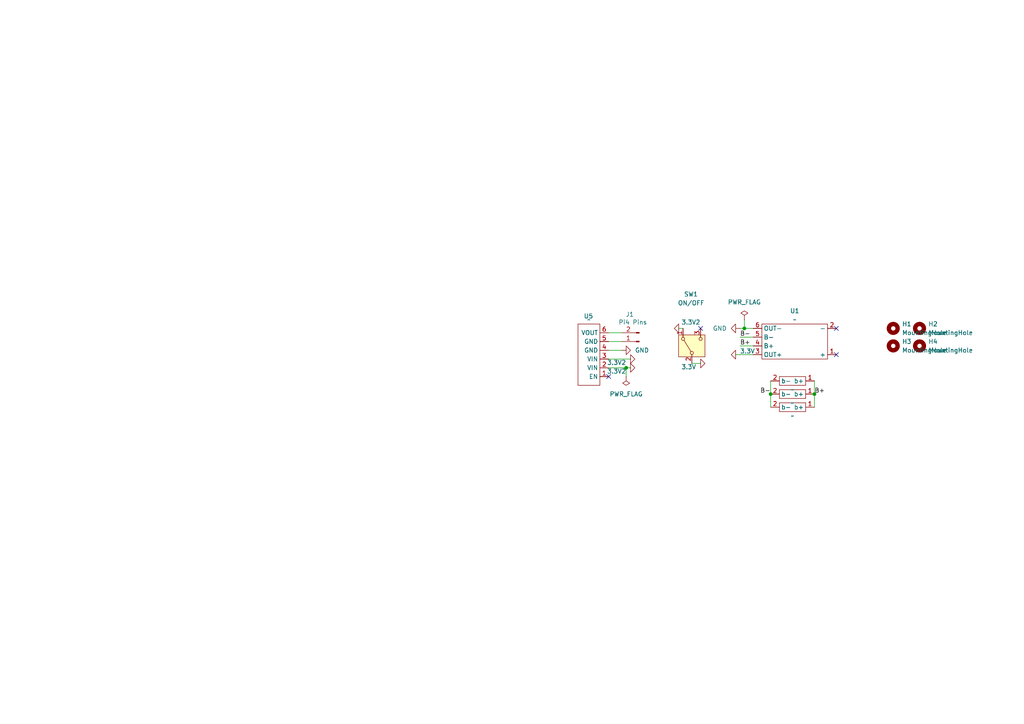
<source format=kicad_sch>
(kicad_sch
	(version 20231120)
	(generator "eeschema")
	(generator_version "8.0")
	(uuid "f333c9e7-5eac-4368-8e6e-7f47fd2582f9")
	(paper "A4")
	(title_block
		(title "StringsVR-Power")
		(rev "v2")
		(company "StringsVR")
		(comment 1 "https://github.com/StringsVR/StringsVR")
		(comment 2 "Power PCB for StringsVR.")
	)
	(lib_symbols
		(symbol "18650:18650"
			(exclude_from_sim no)
			(in_bom yes)
			(on_board yes)
			(property "Reference" "U"
				(at 0 0 0)
				(effects
					(font
						(size 1.27 1.27)
					)
				)
			)
			(property "Value" ""
				(at 0 0 0)
				(effects
					(font
						(size 1.27 1.27)
					)
				)
			)
			(property "Footprint" ""
				(at 0 0 0)
				(effects
					(font
						(size 1.27 1.27)
					)
					(hide yes)
				)
			)
			(property "Datasheet" ""
				(at 0 0 0)
				(effects
					(font
						(size 1.27 1.27)
					)
					(hide yes)
				)
			)
			(property "Description" ""
				(at 0 0 0)
				(effects
					(font
						(size 1.27 1.27)
					)
					(hide yes)
				)
			)
			(symbol "18650_0_1"
				(rectangle
					(start 11.43 -1.27)
					(end 3.81 -3.81)
					(stroke
						(width 0)
						(type default)
					)
					(fill
						(type none)
					)
				)
			)
			(symbol "18650_1_1"
				(pin power_out line
					(at 1.27 -2.54 0)
					(length 2.54)
					(name "b+"
						(effects
							(font
								(size 1.27 1.27)
							)
						)
					)
					(number "1"
						(effects
							(font
								(size 1.27 1.27)
							)
						)
					)
				)
				(pin passive line
					(at 13.97 -2.54 180)
					(length 2.54)
					(name "b-"
						(effects
							(font
								(size 1.27 1.27)
							)
						)
					)
					(number "2"
						(effects
							(font
								(size 1.27 1.27)
							)
						)
					)
				)
			)
		)
		(symbol "Connector:Conn_01x02_Pin"
			(pin_names
				(offset 1.016) hide)
			(exclude_from_sim no)
			(in_bom yes)
			(on_board yes)
			(property "Reference" "J"
				(at 0 2.54 0)
				(effects
					(font
						(size 1.27 1.27)
					)
				)
			)
			(property "Value" "Conn_01x02_Pin"
				(at 0 -5.08 0)
				(effects
					(font
						(size 1.27 1.27)
					)
				)
			)
			(property "Footprint" ""
				(at 0 0 0)
				(effects
					(font
						(size 1.27 1.27)
					)
					(hide yes)
				)
			)
			(property "Datasheet" "~"
				(at 0 0 0)
				(effects
					(font
						(size 1.27 1.27)
					)
					(hide yes)
				)
			)
			(property "Description" "Generic connector, single row, 01x02, script generated"
				(at 0 0 0)
				(effects
					(font
						(size 1.27 1.27)
					)
					(hide yes)
				)
			)
			(property "ki_locked" ""
				(at 0 0 0)
				(effects
					(font
						(size 1.27 1.27)
					)
				)
			)
			(property "ki_keywords" "connector"
				(at 0 0 0)
				(effects
					(font
						(size 1.27 1.27)
					)
					(hide yes)
				)
			)
			(property "ki_fp_filters" "Connector*:*_1x??_*"
				(at 0 0 0)
				(effects
					(font
						(size 1.27 1.27)
					)
					(hide yes)
				)
			)
			(symbol "Conn_01x02_Pin_1_1"
				(polyline
					(pts
						(xy 1.27 -2.54) (xy 0.8636 -2.54)
					)
					(stroke
						(width 0.1524)
						(type default)
					)
					(fill
						(type none)
					)
				)
				(polyline
					(pts
						(xy 1.27 0) (xy 0.8636 0)
					)
					(stroke
						(width 0.1524)
						(type default)
					)
					(fill
						(type none)
					)
				)
				(rectangle
					(start 0.8636 -2.413)
					(end 0 -2.667)
					(stroke
						(width 0.1524)
						(type default)
					)
					(fill
						(type outline)
					)
				)
				(rectangle
					(start 0.8636 0.127)
					(end 0 -0.127)
					(stroke
						(width 0.1524)
						(type default)
					)
					(fill
						(type outline)
					)
				)
				(pin passive line
					(at 5.08 0 180)
					(length 3.81)
					(name "Pin_1"
						(effects
							(font
								(size 1.27 1.27)
							)
						)
					)
					(number "1"
						(effects
							(font
								(size 1.27 1.27)
							)
						)
					)
				)
				(pin passive line
					(at 5.08 -2.54 180)
					(length 3.81)
					(name "Pin_2"
						(effects
							(font
								(size 1.27 1.27)
							)
						)
					)
					(number "2"
						(effects
							(font
								(size 1.27 1.27)
							)
						)
					)
				)
			)
		)
		(symbol "Mechanical:MountingHole"
			(pin_names
				(offset 1.016)
			)
			(exclude_from_sim yes)
			(in_bom no)
			(on_board yes)
			(property "Reference" "H"
				(at 0 5.08 0)
				(effects
					(font
						(size 1.27 1.27)
					)
				)
			)
			(property "Value" "MountingHole"
				(at 0 3.175 0)
				(effects
					(font
						(size 1.27 1.27)
					)
				)
			)
			(property "Footprint" ""
				(at 0 0 0)
				(effects
					(font
						(size 1.27 1.27)
					)
					(hide yes)
				)
			)
			(property "Datasheet" "~"
				(at 0 0 0)
				(effects
					(font
						(size 1.27 1.27)
					)
					(hide yes)
				)
			)
			(property "Description" "Mounting Hole without connection"
				(at 0 0 0)
				(effects
					(font
						(size 1.27 1.27)
					)
					(hide yes)
				)
			)
			(property "ki_keywords" "mounting hole"
				(at 0 0 0)
				(effects
					(font
						(size 1.27 1.27)
					)
					(hide yes)
				)
			)
			(property "ki_fp_filters" "MountingHole*"
				(at 0 0 0)
				(effects
					(font
						(size 1.27 1.27)
					)
					(hide yes)
				)
			)
			(symbol "MountingHole_0_1"
				(circle
					(center 0 0)
					(radius 1.27)
					(stroke
						(width 1.27)
						(type default)
					)
					(fill
						(type none)
					)
				)
			)
		)
		(symbol "Simulation_SPICE:0"
			(power)
			(pin_numbers hide)
			(pin_names
				(offset 0) hide)
			(exclude_from_sim no)
			(in_bom yes)
			(on_board yes)
			(property "Reference" "#GND"
				(at 0 -5.08 0)
				(effects
					(font
						(size 1.27 1.27)
					)
					(hide yes)
				)
			)
			(property "Value" "0"
				(at 0 -2.54 0)
				(effects
					(font
						(size 1.27 1.27)
					)
				)
			)
			(property "Footprint" ""
				(at 0 0 0)
				(effects
					(font
						(size 1.27 1.27)
					)
					(hide yes)
				)
			)
			(property "Datasheet" "https://ngspice.sourceforge.io/docs/ngspice-html-manual/manual.xhtml#subsec_Circuit_elements__device"
				(at 0 -10.16 0)
				(effects
					(font
						(size 1.27 1.27)
					)
					(hide yes)
				)
			)
			(property "Description" "0V reference potential for simulation"
				(at 0 -7.62 0)
				(effects
					(font
						(size 1.27 1.27)
					)
					(hide yes)
				)
			)
			(property "ki_keywords" "simulation"
				(at 0 0 0)
				(effects
					(font
						(size 1.27 1.27)
					)
					(hide yes)
				)
			)
			(symbol "0_0_1"
				(polyline
					(pts
						(xy -1.27 0) (xy 0 -1.27) (xy 1.27 0) (xy -1.27 0)
					)
					(stroke
						(width 0)
						(type default)
					)
					(fill
						(type none)
					)
				)
			)
			(symbol "0_1_1"
				(pin power_in line
					(at 0 0 0)
					(length 0)
					(name "~"
						(effects
							(font
								(size 1.016 1.016)
							)
						)
					)
					(number "1"
						(effects
							(font
								(size 1.016 1.016)
							)
						)
					)
				)
			)
		)
		(symbol "Switch:SW_SPDT"
			(pin_names
				(offset 0) hide)
			(exclude_from_sim no)
			(in_bom yes)
			(on_board yes)
			(property "Reference" "SW"
				(at 0 5.08 0)
				(effects
					(font
						(size 1.27 1.27)
					)
				)
			)
			(property "Value" "SW_SPDT"
				(at 0 -5.08 0)
				(effects
					(font
						(size 1.27 1.27)
					)
				)
			)
			(property "Footprint" ""
				(at 0 0 0)
				(effects
					(font
						(size 1.27 1.27)
					)
					(hide yes)
				)
			)
			(property "Datasheet" "~"
				(at 0 -7.62 0)
				(effects
					(font
						(size 1.27 1.27)
					)
					(hide yes)
				)
			)
			(property "Description" "Switch, single pole double throw"
				(at 0 0 0)
				(effects
					(font
						(size 1.27 1.27)
					)
					(hide yes)
				)
			)
			(property "ki_keywords" "switch single-pole double-throw spdt ON-ON"
				(at 0 0 0)
				(effects
					(font
						(size 1.27 1.27)
					)
					(hide yes)
				)
			)
			(symbol "SW_SPDT_0_1"
				(circle
					(center -2.032 0)
					(radius 0.4572)
					(stroke
						(width 0)
						(type default)
					)
					(fill
						(type none)
					)
				)
				(polyline
					(pts
						(xy -1.651 0.254) (xy 1.651 2.286)
					)
					(stroke
						(width 0)
						(type default)
					)
					(fill
						(type none)
					)
				)
				(circle
					(center 2.032 -2.54)
					(radius 0.4572)
					(stroke
						(width 0)
						(type default)
					)
					(fill
						(type none)
					)
				)
				(circle
					(center 2.032 2.54)
					(radius 0.4572)
					(stroke
						(width 0)
						(type default)
					)
					(fill
						(type none)
					)
				)
			)
			(symbol "SW_SPDT_1_1"
				(rectangle
					(start -3.175 3.81)
					(end 3.175 -3.81)
					(stroke
						(width 0)
						(type default)
					)
					(fill
						(type background)
					)
				)
				(pin passive line
					(at 5.08 2.54 180)
					(length 2.54)
					(name "A"
						(effects
							(font
								(size 1.27 1.27)
							)
						)
					)
					(number "1"
						(effects
							(font
								(size 1.27 1.27)
							)
						)
					)
				)
				(pin passive line
					(at -5.08 0 0)
					(length 2.54)
					(name "B"
						(effects
							(font
								(size 1.27 1.27)
							)
						)
					)
					(number "2"
						(effects
							(font
								(size 1.27 1.27)
							)
						)
					)
				)
				(pin passive line
					(at 5.08 -2.54 180)
					(length 2.54)
					(name "C"
						(effects
							(font
								(size 1.27 1.27)
							)
						)
					)
					(number "3"
						(effects
							(font
								(size 1.27 1.27)
							)
						)
					)
				)
			)
		)
		(symbol "TP5100:TP4056"
			(exclude_from_sim no)
			(in_bom yes)
			(on_board yes)
			(property "Reference" "U"
				(at 0 3.302 0)
				(effects
					(font
						(size 1.27 1.27)
					)
				)
			)
			(property "Value" ""
				(at 0 3.302 0)
				(effects
					(font
						(size 1.27 1.27)
					)
				)
			)
			(property "Footprint" ""
				(at 0 3.302 0)
				(effects
					(font
						(size 1.27 1.27)
					)
					(hide yes)
				)
			)
			(property "Datasheet" ""
				(at 0 3.302 0)
				(effects
					(font
						(size 1.27 1.27)
					)
					(hide yes)
				)
			)
			(property "Description" ""
				(at 0 3.302 0)
				(effects
					(font
						(size 1.27 1.27)
					)
					(hide yes)
				)
			)
			(symbol "TP4056_0_1"
				(rectangle
					(start 2.54 -12.7)
					(end 21.59 -2.54)
					(stroke
						(width 0)
						(type default)
					)
					(fill
						(type none)
					)
				)
			)
			(symbol "TP4056_1_1"
				(pin power_in line
					(at 0 -3.81 0)
					(length 2.54)
					(name "+"
						(effects
							(font
								(size 1.27 1.27)
							)
						)
					)
					(number "1"
						(effects
							(font
								(size 1.27 1.27)
							)
						)
					)
				)
				(pin passive line
					(at 0 -11.43 0)
					(length 2.54)
					(name "-"
						(effects
							(font
								(size 1.27 1.27)
							)
						)
					)
					(number "2"
						(effects
							(font
								(size 1.27 1.27)
							)
						)
					)
				)
				(pin power_out line
					(at 24.13 -3.81 180)
					(length 2.54)
					(name "OUT+"
						(effects
							(font
								(size 1.27 1.27)
							)
						)
					)
					(number "3"
						(effects
							(font
								(size 1.27 1.27)
							)
						)
					)
				)
				(pin power_in line
					(at 24.13 -6.35 180)
					(length 2.54)
					(name "B+"
						(effects
							(font
								(size 1.27 1.27)
							)
						)
					)
					(number "4"
						(effects
							(font
								(size 1.27 1.27)
							)
						)
					)
				)
				(pin passive line
					(at 24.13 -8.89 180)
					(length 2.54)
					(name "B-"
						(effects
							(font
								(size 1.27 1.27)
							)
						)
					)
					(number "5"
						(effects
							(font
								(size 1.27 1.27)
							)
						)
					)
				)
				(pin passive line
					(at 24.13 -11.43 180)
					(length 2.54)
					(name "OUT-"
						(effects
							(font
								(size 1.27 1.27)
							)
						)
					)
					(number "6"
						(effects
							(font
								(size 1.27 1.27)
							)
						)
					)
				)
			)
		)
		(symbol "U3v40f5:U3V40F5"
			(exclude_from_sim no)
			(in_bom yes)
			(on_board yes)
			(property "Reference" "U"
				(at 0 0 0)
				(effects
					(font
						(size 1.27 1.27)
					)
				)
			)
			(property "Value" ""
				(at 0 0 0)
				(effects
					(font
						(size 1.27 1.27)
					)
				)
			)
			(property "Footprint" ""
				(at 0 0 0)
				(effects
					(font
						(size 1.27 1.27)
					)
					(hide yes)
				)
			)
			(property "Datasheet" ""
				(at 0 0 0)
				(effects
					(font
						(size 1.27 1.27)
					)
					(hide yes)
				)
			)
			(property "Description" ""
				(at 0 0 0)
				(effects
					(font
						(size 1.27 1.27)
					)
					(hide yes)
				)
			)
			(symbol "U3V40F5_0_1"
				(rectangle
					(start 5.08 -12.7)
					(end 11.43 5.08)
					(stroke
						(width 0)
						(type default)
					)
					(fill
						(type none)
					)
				)
			)
			(symbol "U3V40F5_1_1"
				(pin power_in line
					(at 2.54 2.54 0)
					(length 2.54)
					(name "EN"
						(effects
							(font
								(size 1.27 1.27)
							)
						)
					)
					(number "1"
						(effects
							(font
								(size 1.27 1.27)
							)
						)
					)
				)
				(pin power_in line
					(at 2.54 0 0)
					(length 2.54)
					(name "VIN"
						(effects
							(font
								(size 1.27 1.27)
							)
						)
					)
					(number "2"
						(effects
							(font
								(size 1.27 1.27)
							)
						)
					)
				)
				(pin power_in line
					(at 2.54 -2.54 0)
					(length 2.54)
					(name "VIN"
						(effects
							(font
								(size 1.27 1.27)
							)
						)
					)
					(number "3"
						(effects
							(font
								(size 1.27 1.27)
							)
						)
					)
				)
				(pin passive line
					(at 2.54 -5.08 0)
					(length 2.54)
					(name "GND"
						(effects
							(font
								(size 1.27 1.27)
							)
						)
					)
					(number "4"
						(effects
							(font
								(size 1.27 1.27)
							)
						)
					)
				)
				(pin passive line
					(at 2.54 -7.62 0)
					(length 2.54)
					(name "GND"
						(effects
							(font
								(size 1.27 1.27)
							)
						)
					)
					(number "5"
						(effects
							(font
								(size 1.27 1.27)
							)
						)
					)
				)
				(pin power_out line
					(at 2.54 -10.16 0)
					(length 2.54)
					(name "VOUT"
						(effects
							(font
								(size 1.27 1.27)
							)
						)
					)
					(number "6"
						(effects
							(font
								(size 1.27 1.27)
							)
						)
					)
				)
			)
		)
		(symbol "power:GND"
			(power)
			(pin_numbers hide)
			(pin_names
				(offset 0) hide)
			(exclude_from_sim no)
			(in_bom yes)
			(on_board yes)
			(property "Reference" "#PWR"
				(at 0 -6.35 0)
				(effects
					(font
						(size 1.27 1.27)
					)
					(hide yes)
				)
			)
			(property "Value" "GND"
				(at 0 -3.81 0)
				(effects
					(font
						(size 1.27 1.27)
					)
				)
			)
			(property "Footprint" ""
				(at 0 0 0)
				(effects
					(font
						(size 1.27 1.27)
					)
					(hide yes)
				)
			)
			(property "Datasheet" ""
				(at 0 0 0)
				(effects
					(font
						(size 1.27 1.27)
					)
					(hide yes)
				)
			)
			(property "Description" "Power symbol creates a global label with name \"GND\" , ground"
				(at 0 0 0)
				(effects
					(font
						(size 1.27 1.27)
					)
					(hide yes)
				)
			)
			(property "ki_keywords" "global power"
				(at 0 0 0)
				(effects
					(font
						(size 1.27 1.27)
					)
					(hide yes)
				)
			)
			(symbol "GND_0_1"
				(polyline
					(pts
						(xy 0 0) (xy 0 -1.27) (xy 1.27 -1.27) (xy 0 -2.54) (xy -1.27 -1.27) (xy 0 -1.27)
					)
					(stroke
						(width 0)
						(type default)
					)
					(fill
						(type none)
					)
				)
			)
			(symbol "GND_1_1"
				(pin power_in line
					(at 0 0 270)
					(length 0)
					(name "~"
						(effects
							(font
								(size 1.27 1.27)
							)
						)
					)
					(number "1"
						(effects
							(font
								(size 1.27 1.27)
							)
						)
					)
				)
			)
		)
		(symbol "power:PWR_FLAG"
			(power)
			(pin_numbers hide)
			(pin_names
				(offset 0) hide)
			(exclude_from_sim no)
			(in_bom yes)
			(on_board yes)
			(property "Reference" "#FLG"
				(at 0 1.905 0)
				(effects
					(font
						(size 1.27 1.27)
					)
					(hide yes)
				)
			)
			(property "Value" "PWR_FLAG"
				(at 0 3.81 0)
				(effects
					(font
						(size 1.27 1.27)
					)
				)
			)
			(property "Footprint" ""
				(at 0 0 0)
				(effects
					(font
						(size 1.27 1.27)
					)
					(hide yes)
				)
			)
			(property "Datasheet" "~"
				(at 0 0 0)
				(effects
					(font
						(size 1.27 1.27)
					)
					(hide yes)
				)
			)
			(property "Description" "Special symbol for telling ERC where power comes from"
				(at 0 0 0)
				(effects
					(font
						(size 1.27 1.27)
					)
					(hide yes)
				)
			)
			(property "ki_keywords" "flag power"
				(at 0 0 0)
				(effects
					(font
						(size 1.27 1.27)
					)
					(hide yes)
				)
			)
			(symbol "PWR_FLAG_0_0"
				(pin power_out line
					(at 0 0 90)
					(length 0)
					(name "~"
						(effects
							(font
								(size 1.27 1.27)
							)
						)
					)
					(number "1"
						(effects
							(font
								(size 1.27 1.27)
							)
						)
					)
				)
			)
			(symbol "PWR_FLAG_0_1"
				(polyline
					(pts
						(xy 0 0) (xy 0 1.27) (xy -1.016 1.905) (xy 0 2.54) (xy 1.016 1.905) (xy 0 1.27)
					)
					(stroke
						(width 0)
						(type default)
					)
					(fill
						(type none)
					)
				)
			)
		)
	)
	(junction
		(at 236.22 114.3)
		(diameter 0)
		(color 0 0 0 0)
		(uuid "1ebdac40-794d-4379-bea5-511f43c844ca")
	)
	(junction
		(at 215.9 95.25)
		(diameter 0)
		(color 0 0 0 0)
		(uuid "217a4e54-106e-4fdf-8859-bc8f346c21ea")
	)
	(junction
		(at 223.52 114.3)
		(diameter 0)
		(color 0 0 0 0)
		(uuid "420fe9c3-87be-4f45-85b8-42059b28e94a")
	)
	(junction
		(at 181.61 106.68)
		(diameter 0)
		(color 0 0 0 0)
		(uuid "f8e95c38-cf77-404f-a56e-38cdb830b02c")
	)
	(no_connect
		(at 242.57 102.87)
		(uuid "654a4f76-70dd-4cea-a03f-b6822b57af8c")
	)
	(no_connect
		(at 203.2 95.25)
		(uuid "6ee9add7-9752-471f-93c4-9c3f5b9032d8")
	)
	(no_connect
		(at 176.53 109.22)
		(uuid "a1f79063-34fb-47aa-86df-bb72e90063ea")
	)
	(no_connect
		(at 242.57 95.25)
		(uuid "b384eb1b-cfd8-49c3-8294-1dbe8e67e3de")
	)
	(wire
		(pts
			(xy 198.12 95.25) (xy 196.85 95.25)
		)
		(stroke
			(width 0)
			(type default)
		)
		(uuid "14d117b0-c34f-446b-bb3e-3d3c6ae1c736")
	)
	(wire
		(pts
			(xy 214.63 100.33) (xy 218.44 100.33)
		)
		(stroke
			(width 0)
			(type default)
		)
		(uuid "1768cc6c-fe8e-4a6b-8b89-ab8be5df4e66")
	)
	(wire
		(pts
			(xy 176.53 99.06) (xy 180.34 99.06)
		)
		(stroke
			(width 0)
			(type default)
		)
		(uuid "2b1e7fba-7f91-475e-9df0-ec487ef14d8e")
	)
	(wire
		(pts
			(xy 176.53 101.6) (xy 180.34 101.6)
		)
		(stroke
			(width 0)
			(type default)
		)
		(uuid "49e40914-f89f-486a-a222-cee175d269b6")
	)
	(wire
		(pts
			(xy 181.61 106.68) (xy 182.88 106.68)
		)
		(stroke
			(width 0)
			(type default)
		)
		(uuid "6429270d-04a2-4770-b64a-e92fd7ceedef")
	)
	(wire
		(pts
			(xy 176.53 104.14) (xy 182.88 104.14)
		)
		(stroke
			(width 0)
			(type default)
		)
		(uuid "6a7286af-249f-4210-9fee-de0962ebdb67")
	)
	(wire
		(pts
			(xy 236.22 114.3) (xy 236.22 118.11)
		)
		(stroke
			(width 0)
			(type default)
		)
		(uuid "70704074-c3e1-42ff-ba64-32109ad21e44")
	)
	(wire
		(pts
			(xy 200.66 105.41) (xy 203.2 105.41)
		)
		(stroke
			(width 0)
			(type default)
		)
		(uuid "7d270604-6951-46f3-89df-e859f7e2bb22")
	)
	(wire
		(pts
			(xy 215.9 95.25) (xy 218.44 95.25)
		)
		(stroke
			(width 0)
			(type default)
		)
		(uuid "92a02938-b993-4136-bb2c-5b39662130b6")
	)
	(wire
		(pts
			(xy 214.63 95.25) (xy 215.9 95.25)
		)
		(stroke
			(width 0)
			(type default)
		)
		(uuid "94ff076d-f0ff-4274-9b4b-a7f93f495380")
	)
	(wire
		(pts
			(xy 176.53 96.52) (xy 180.34 96.52)
		)
		(stroke
			(width 0)
			(type default)
		)
		(uuid "9d4ffec0-8ef9-4cf5-bc62-f2e3a0858006")
	)
	(wire
		(pts
			(xy 223.52 110.49) (xy 223.52 114.3)
		)
		(stroke
			(width 0)
			(type default)
		)
		(uuid "a4e2a4c7-e30a-4e7b-ac1f-c79dbe1d9bad")
	)
	(wire
		(pts
			(xy 223.52 114.3) (xy 223.52 118.11)
		)
		(stroke
			(width 0)
			(type default)
		)
		(uuid "b0e5b11d-bcda-4d14-9234-4af6b4dcd430")
	)
	(wire
		(pts
			(xy 215.9 92.71) (xy 215.9 95.25)
		)
		(stroke
			(width 0)
			(type default)
		)
		(uuid "b86d2be9-4bdb-4ebf-8a0b-c672003b7449")
	)
	(wire
		(pts
			(xy 213.36 102.87) (xy 218.44 102.87)
		)
		(stroke
			(width 0)
			(type default)
		)
		(uuid "bc33fa5e-6cd8-4abf-83e5-987bb0bdbc3a")
	)
	(wire
		(pts
			(xy 181.61 106.68) (xy 181.61 109.22)
		)
		(stroke
			(width 0)
			(type default)
		)
		(uuid "c05e6091-2194-4b15-9a8d-fb206b87357b")
	)
	(wire
		(pts
			(xy 214.63 97.79) (xy 218.44 97.79)
		)
		(stroke
			(width 0)
			(type default)
		)
		(uuid "cd64ca93-dd9b-4659-859c-3b25901c87f9")
	)
	(wire
		(pts
			(xy 176.53 106.68) (xy 181.61 106.68)
		)
		(stroke
			(width 0)
			(type default)
		)
		(uuid "e9c41fe0-370a-477c-af83-6b2b985ef144")
	)
	(wire
		(pts
			(xy 236.22 110.49) (xy 236.22 114.3)
		)
		(stroke
			(width 0)
			(type default)
		)
		(uuid "f0162002-be6d-4af6-8810-5c1142909c09")
	)
	(label "B+"
		(at 236.22 114.3 0)
		(fields_autoplaced yes)
		(effects
			(font
				(size 1.27 1.27)
			)
			(justify left bottom)
		)
		(uuid "673b1edd-8e12-4730-934f-e80c81d37e32")
	)
	(label "B-"
		(at 214.63 97.79 0)
		(fields_autoplaced yes)
		(effects
			(font
				(size 1.27 1.27)
			)
			(justify left bottom)
		)
		(uuid "88582470-b6e4-4f6e-b3d4-dec5c4d8cea0")
	)
	(label "B+"
		(at 214.63 100.33 0)
		(fields_autoplaced yes)
		(effects
			(font
				(size 1.27 1.27)
			)
			(justify left bottom)
		)
		(uuid "b33044d3-da94-4341-80b6-69d1c0c4efe4")
	)
	(label "B-"
		(at 223.52 114.3 180)
		(fields_autoplaced yes)
		(effects
			(font
				(size 1.27 1.27)
			)
			(justify right bottom)
		)
		(uuid "e0f4c548-e028-4669-a381-db5684cf9338")
	)
	(symbol
		(lib_id "U3v40f5:U3V40F5")
		(at 179.07 106.68 180)
		(unit 1)
		(exclude_from_sim no)
		(in_bom yes)
		(on_board yes)
		(dnp no)
		(uuid "0ec0c33f-c004-4e88-bd8a-37a35cebba2b")
		(property "Reference" "U5"
			(at 170.688 91.694 0)
			(effects
				(font
					(size 1.27 1.27)
				)
			)
		)
		(property "Value" "~"
			(at 170.815 92.71 0)
			(effects
				(font
					(size 1.27 1.27)
				)
			)
		)
		(property "Footprint" "Library1:U3V40F5"
			(at 179.07 106.68 0)
			(effects
				(font
					(size 1.27 1.27)
				)
				(hide yes)
			)
		)
		(property "Datasheet" ""
			(at 179.07 106.68 0)
			(effects
				(font
					(size 1.27 1.27)
				)
				(hide yes)
			)
		)
		(property "Description" ""
			(at 179.07 106.68 0)
			(effects
				(font
					(size 1.27 1.27)
				)
				(hide yes)
			)
		)
		(pin "2"
			(uuid "ab2bd09b-ecf6-4db7-9b35-013ef92c0c32")
		)
		(pin "3"
			(uuid "9bd9dafa-49de-48fd-8ae2-fda4932587bf")
		)
		(pin "4"
			(uuid "9d4a2113-4b51-4045-904d-213061571a6a")
		)
		(pin "5"
			(uuid "bf78792d-3e8d-47be-8c8d-e1446fd486c7")
		)
		(pin "1"
			(uuid "bfd00e94-c91f-47b7-921f-85b0c7798f65")
		)
		(pin "6"
			(uuid "4220e251-1d6d-4070-b23c-8fc92ccdd559")
		)
		(instances
			(project "StringsVR-Power"
				(path "/f333c9e7-5eac-4368-8e6e-7f47fd2582f9"
					(reference "U5")
					(unit 1)
				)
			)
		)
	)
	(symbol
		(lib_id "Simulation_SPICE:0")
		(at 182.88 104.14 90)
		(unit 1)
		(exclude_from_sim no)
		(in_bom yes)
		(on_board yes)
		(dnp no)
		(uuid "146e638e-890d-48b0-bf1a-ea38fd673526")
		(property "Reference" "#GND05"
			(at 187.96 104.14 0)
			(effects
				(font
					(size 1.27 1.27)
				)
				(hide yes)
			)
		)
		(property "Value" "3.3V2"
			(at 181.61 105.156 90)
			(effects
				(font
					(size 1.27 1.27)
				)
				(justify left)
			)
		)
		(property "Footprint" ""
			(at 182.88 104.14 0)
			(effects
				(font
					(size 1.27 1.27)
				)
				(hide yes)
			)
		)
		(property "Datasheet" "https://ngspice.sourceforge.io/docs/ngspice-html-manual/manual.xhtml#subsec_Circuit_elements__device"
			(at 193.04 104.14 0)
			(effects
				(font
					(size 1.27 1.27)
				)
				(hide yes)
			)
		)
		(property "Description" "0V reference potential for simulation"
			(at 190.5 104.14 0)
			(effects
				(font
					(size 1.27 1.27)
				)
				(hide yes)
			)
		)
		(pin "1"
			(uuid "647eb1bb-0a3e-445f-8df3-15993a4f6638")
		)
		(instances
			(project "StringsVR-Power"
				(path "/f333c9e7-5eac-4368-8e6e-7f47fd2582f9"
					(reference "#GND05")
					(unit 1)
				)
			)
		)
	)
	(symbol
		(lib_id "power:PWR_FLAG")
		(at 215.9 92.71 0)
		(unit 1)
		(exclude_from_sim no)
		(in_bom yes)
		(on_board yes)
		(dnp no)
		(fields_autoplaced yes)
		(uuid "16005b44-24c3-427b-b0f1-4c67048ad2b0")
		(property "Reference" "#FLG02"
			(at 215.9 90.805 0)
			(effects
				(font
					(size 1.27 1.27)
				)
				(hide yes)
			)
		)
		(property "Value" "PWR_FLAG"
			(at 215.9 87.63 0)
			(effects
				(font
					(size 1.27 1.27)
				)
			)
		)
		(property "Footprint" ""
			(at 215.9 92.71 0)
			(effects
				(font
					(size 1.27 1.27)
				)
				(hide yes)
			)
		)
		(property "Datasheet" "~"
			(at 215.9 92.71 0)
			(effects
				(font
					(size 1.27 1.27)
				)
				(hide yes)
			)
		)
		(property "Description" "Special symbol for telling ERC where power comes from"
			(at 215.9 92.71 0)
			(effects
				(font
					(size 1.27 1.27)
				)
				(hide yes)
			)
		)
		(pin "1"
			(uuid "e5179fa7-cf0a-4bf5-8f70-183b5d8e6a35")
		)
		(instances
			(project "StringsVR-Power"
				(path "/f333c9e7-5eac-4368-8e6e-7f47fd2582f9"
					(reference "#FLG02")
					(unit 1)
				)
			)
		)
	)
	(symbol
		(lib_id "power:PWR_FLAG")
		(at 181.61 109.22 180)
		(unit 1)
		(exclude_from_sim no)
		(in_bom yes)
		(on_board yes)
		(dnp no)
		(fields_autoplaced yes)
		(uuid "1a30dca7-32f2-423b-a786-10fbe997f322")
		(property "Reference" "#FLG01"
			(at 181.61 111.125 0)
			(effects
				(font
					(size 1.27 1.27)
				)
				(hide yes)
			)
		)
		(property "Value" "PWR_FLAG"
			(at 181.61 114.3 0)
			(effects
				(font
					(size 1.27 1.27)
				)
			)
		)
		(property "Footprint" ""
			(at 181.61 109.22 0)
			(effects
				(font
					(size 1.27 1.27)
				)
				(hide yes)
			)
		)
		(property "Datasheet" "~"
			(at 181.61 109.22 0)
			(effects
				(font
					(size 1.27 1.27)
				)
				(hide yes)
			)
		)
		(property "Description" "Special symbol for telling ERC where power comes from"
			(at 181.61 109.22 0)
			(effects
				(font
					(size 1.27 1.27)
				)
				(hide yes)
			)
		)
		(pin "1"
			(uuid "f1425624-06b9-4c23-8169-820f6f4d8080")
		)
		(instances
			(project "StringsVR-Power"
				(path "/f333c9e7-5eac-4368-8e6e-7f47fd2582f9"
					(reference "#FLG01")
					(unit 1)
				)
			)
		)
	)
	(symbol
		(lib_id "Mechanical:MountingHole")
		(at 266.7 95.25 0)
		(unit 1)
		(exclude_from_sim yes)
		(in_bom no)
		(on_board yes)
		(dnp no)
		(fields_autoplaced yes)
		(uuid "1d6a625e-7061-4ae6-980d-5d8784fcacae")
		(property "Reference" "H2"
			(at 269.24 93.9799 0)
			(effects
				(font
					(size 1.27 1.27)
				)
				(justify left)
			)
		)
		(property "Value" "MountingHole"
			(at 269.24 96.5199 0)
			(effects
				(font
					(size 1.27 1.27)
				)
				(justify left)
			)
		)
		(property "Footprint" "MountingHole:MountingHole_2.5mm"
			(at 266.7 95.25 0)
			(effects
				(font
					(size 1.27 1.27)
				)
				(hide yes)
			)
		)
		(property "Datasheet" "~"
			(at 266.7 95.25 0)
			(effects
				(font
					(size 1.27 1.27)
				)
				(hide yes)
			)
		)
		(property "Description" "Mounting Hole without connection"
			(at 266.7 95.25 0)
			(effects
				(font
					(size 1.27 1.27)
				)
				(hide yes)
			)
		)
		(instances
			(project "StringsVR-Power"
				(path "/f333c9e7-5eac-4368-8e6e-7f47fd2582f9"
					(reference "H2")
					(unit 1)
				)
			)
		)
	)
	(symbol
		(lib_id "18650:18650")
		(at 237.49 116.84 180)
		(unit 1)
		(exclude_from_sim no)
		(in_bom yes)
		(on_board yes)
		(dnp no)
		(fields_autoplaced yes)
		(uuid "1dab8776-cf95-4046-84cb-95930b66525a")
		(property "Reference" "U2"
			(at 229.87 119.38 0)
			(effects
				(font
					(size 1.27 1.27)
				)
				(hide yes)
			)
		)
		(property "Value" "~"
			(at 229.87 116.84 0)
			(effects
				(font
					(size 1.27 1.27)
				)
			)
		)
		(property "Footprint" "18650:18650PCB"
			(at 237.49 116.84 0)
			(effects
				(font
					(size 1.27 1.27)
				)
				(hide yes)
			)
		)
		(property "Datasheet" ""
			(at 237.49 116.84 0)
			(effects
				(font
					(size 1.27 1.27)
				)
				(hide yes)
			)
		)
		(property "Description" ""
			(at 237.49 116.84 0)
			(effects
				(font
					(size 1.27 1.27)
				)
				(hide yes)
			)
		)
		(pin "1"
			(uuid "58836a26-87ff-4577-a5ab-63b30b801c52")
		)
		(pin "2"
			(uuid "8c32ea27-f148-46bb-8f6d-5972d6fe35fc")
		)
		(instances
			(project "StringsVR-Power"
				(path "/f333c9e7-5eac-4368-8e6e-7f47fd2582f9"
					(reference "U2")
					(unit 1)
				)
			)
		)
	)
	(symbol
		(lib_id "Simulation_SPICE:0")
		(at 203.2 105.41 90)
		(unit 1)
		(exclude_from_sim no)
		(in_bom yes)
		(on_board yes)
		(dnp no)
		(uuid "234f7d3f-996d-47cd-95ef-920d369b4026")
		(property "Reference" "#GND02"
			(at 208.28 105.41 0)
			(effects
				(font
					(size 1.27 1.27)
				)
				(hide yes)
			)
		)
		(property "Value" "3.3V"
			(at 201.93 106.426 90)
			(effects
				(font
					(size 1.27 1.27)
				)
				(justify left)
			)
		)
		(property "Footprint" ""
			(at 203.2 105.41 0)
			(effects
				(font
					(size 1.27 1.27)
				)
				(hide yes)
			)
		)
		(property "Datasheet" "https://ngspice.sourceforge.io/docs/ngspice-html-manual/manual.xhtml#subsec_Circuit_elements__device"
			(at 213.36 105.41 0)
			(effects
				(font
					(size 1.27 1.27)
				)
				(hide yes)
			)
		)
		(property "Description" "0V reference potential for simulation"
			(at 210.82 105.41 0)
			(effects
				(font
					(size 1.27 1.27)
				)
				(hide yes)
			)
		)
		(pin "1"
			(uuid "7094cac2-328e-4525-bab5-a7c7598c4b98")
		)
		(instances
			(project "StringsVR-Power"
				(path "/f333c9e7-5eac-4368-8e6e-7f47fd2582f9"
					(reference "#GND02")
					(unit 1)
				)
			)
		)
	)
	(symbol
		(lib_id "18650:18650")
		(at 237.49 113.03 180)
		(unit 1)
		(exclude_from_sim no)
		(in_bom yes)
		(on_board yes)
		(dnp no)
		(fields_autoplaced yes)
		(uuid "26f3671f-a68a-4368-8d60-3bca5ddf5f8b")
		(property "Reference" "U4"
			(at 229.87 115.57 0)
			(effects
				(font
					(size 1.27 1.27)
				)
				(hide yes)
			)
		)
		(property "Value" "~"
			(at 229.87 113.03 0)
			(effects
				(font
					(size 1.27 1.27)
				)
			)
		)
		(property "Footprint" "18650:18650PCB"
			(at 237.49 113.03 0)
			(effects
				(font
					(size 1.27 1.27)
				)
				(hide yes)
			)
		)
		(property "Datasheet" ""
			(at 237.49 113.03 0)
			(effects
				(font
					(size 1.27 1.27)
				)
				(hide yes)
			)
		)
		(property "Description" ""
			(at 237.49 113.03 0)
			(effects
				(font
					(size 1.27 1.27)
				)
				(hide yes)
			)
		)
		(pin "1"
			(uuid "9e0766d7-2700-4d24-877b-bf5a0ed57a2d")
		)
		(pin "2"
			(uuid "22221ec5-8af2-4fbb-9df5-e4f2ebc889ed")
		)
		(instances
			(project "StringsVR-Power"
				(path "/f333c9e7-5eac-4368-8e6e-7f47fd2582f9"
					(reference "U4")
					(unit 1)
				)
			)
		)
	)
	(symbol
		(lib_id "Mechanical:MountingHole")
		(at 266.7 100.33 0)
		(unit 1)
		(exclude_from_sim yes)
		(in_bom no)
		(on_board yes)
		(dnp no)
		(fields_autoplaced yes)
		(uuid "28a1a4f7-b642-409c-b31f-d25d70d84b9f")
		(property "Reference" "H4"
			(at 269.24 99.0599 0)
			(effects
				(font
					(size 1.27 1.27)
				)
				(justify left)
			)
		)
		(property "Value" "MountingHole"
			(at 269.24 101.5999 0)
			(effects
				(font
					(size 1.27 1.27)
				)
				(justify left)
			)
		)
		(property "Footprint" "MountingHole:MountingHole_2.5mm"
			(at 266.7 100.33 0)
			(effects
				(font
					(size 1.27 1.27)
				)
				(hide yes)
			)
		)
		(property "Datasheet" "~"
			(at 266.7 100.33 0)
			(effects
				(font
					(size 1.27 1.27)
				)
				(hide yes)
			)
		)
		(property "Description" "Mounting Hole without connection"
			(at 266.7 100.33 0)
			(effects
				(font
					(size 1.27 1.27)
				)
				(hide yes)
			)
		)
		(instances
			(project "StringsVR-Power"
				(path "/f333c9e7-5eac-4368-8e6e-7f47fd2582f9"
					(reference "H4")
					(unit 1)
				)
			)
		)
	)
	(symbol
		(lib_id "power:GND")
		(at 214.63 95.25 270)
		(unit 1)
		(exclude_from_sim no)
		(in_bom yes)
		(on_board yes)
		(dnp no)
		(fields_autoplaced yes)
		(uuid "29833d1e-f0ff-4c72-aba6-a5d94459f386")
		(property "Reference" "#PWR01"
			(at 208.28 95.25 0)
			(effects
				(font
					(size 1.27 1.27)
				)
				(hide yes)
			)
		)
		(property "Value" "GND"
			(at 210.82 95.2499 90)
			(effects
				(font
					(size 1.27 1.27)
				)
				(justify right)
			)
		)
		(property "Footprint" ""
			(at 214.63 95.25 0)
			(effects
				(font
					(size 1.27 1.27)
				)
				(hide yes)
			)
		)
		(property "Datasheet" ""
			(at 214.63 95.25 0)
			(effects
				(font
					(size 1.27 1.27)
				)
				(hide yes)
			)
		)
		(property "Description" "Power symbol creates a global label with name \"GND\" , ground"
			(at 214.63 95.25 0)
			(effects
				(font
					(size 1.27 1.27)
				)
				(hide yes)
			)
		)
		(pin "1"
			(uuid "e68a56be-8e00-4df1-961d-7fd3ee896889")
		)
		(instances
			(project "StringsVR-Power"
				(path "/f333c9e7-5eac-4368-8e6e-7f47fd2582f9"
					(reference "#PWR01")
					(unit 1)
				)
			)
		)
	)
	(symbol
		(lib_id "Connector:Conn_01x02_Pin")
		(at 185.42 99.06 180)
		(unit 1)
		(exclude_from_sim no)
		(in_bom yes)
		(on_board yes)
		(dnp no)
		(uuid "2bfeb95f-4d97-44a7-97a5-9636f4565267")
		(property "Reference" "J1"
			(at 183.896 91.186 0)
			(effects
				(font
					(size 1.27 1.27)
				)
				(justify left)
			)
		)
		(property "Value" "Pi4 Pins"
			(at 187.706 93.472 0)
			(effects
				(font
					(size 1.27 1.27)
				)
				(justify left)
			)
		)
		(property "Footprint" "Connector_PinHeader_2.54mm:PinHeader_1x02_P2.54mm_Vertical"
			(at 185.42 99.06 0)
			(effects
				(font
					(size 1.27 1.27)
				)
				(hide yes)
			)
		)
		(property "Datasheet" "~"
			(at 185.42 99.06 0)
			(effects
				(font
					(size 1.27 1.27)
				)
				(hide yes)
			)
		)
		(property "Description" "Generic connector, single row, 01x02, script generated"
			(at 185.42 99.06 0)
			(effects
				(font
					(size 1.27 1.27)
				)
				(hide yes)
			)
		)
		(pin "2"
			(uuid "bb0494e7-0fc1-4195-bb46-815c88f61069")
		)
		(pin "1"
			(uuid "32f67927-0888-4e59-b597-92658348bc98")
		)
		(instances
			(project "StringsVR-Power"
				(path "/f333c9e7-5eac-4368-8e6e-7f47fd2582f9"
					(reference "J1")
					(unit 1)
				)
			)
		)
	)
	(symbol
		(lib_id "18650:18650")
		(at 237.49 120.65 180)
		(unit 1)
		(exclude_from_sim no)
		(in_bom yes)
		(on_board yes)
		(dnp no)
		(fields_autoplaced yes)
		(uuid "352aad11-071b-4526-9134-aaa2fc69c32c")
		(property "Reference" "U3"
			(at 229.87 123.19 0)
			(effects
				(font
					(size 1.27 1.27)
				)
				(hide yes)
			)
		)
		(property "Value" "~"
			(at 229.87 120.65 0)
			(effects
				(font
					(size 1.27 1.27)
				)
			)
		)
		(property "Footprint" "18650:18650PCB"
			(at 237.49 120.65 0)
			(effects
				(font
					(size 1.27 1.27)
				)
				(hide yes)
			)
		)
		(property "Datasheet" ""
			(at 237.49 120.65 0)
			(effects
				(font
					(size 1.27 1.27)
				)
				(hide yes)
			)
		)
		(property "Description" ""
			(at 237.49 120.65 0)
			(effects
				(font
					(size 1.27 1.27)
				)
				(hide yes)
			)
		)
		(pin "1"
			(uuid "3252519c-f1f3-471c-ab61-28f6cfb293da")
		)
		(pin "2"
			(uuid "6f2b0609-99f4-4699-9c36-4e6e1578642a")
		)
		(instances
			(project "StringsVR-Power"
				(path "/f333c9e7-5eac-4368-8e6e-7f47fd2582f9"
					(reference "U3")
					(unit 1)
				)
			)
		)
	)
	(symbol
		(lib_id "Mechanical:MountingHole")
		(at 259.08 95.25 0)
		(unit 1)
		(exclude_from_sim yes)
		(in_bom no)
		(on_board yes)
		(dnp no)
		(fields_autoplaced yes)
		(uuid "48f92317-e5d6-4c19-a370-74581e18b355")
		(property "Reference" "H1"
			(at 261.62 93.9799 0)
			(effects
				(font
					(size 1.27 1.27)
				)
				(justify left)
			)
		)
		(property "Value" "MountingHole"
			(at 261.62 96.5199 0)
			(effects
				(font
					(size 1.27 1.27)
				)
				(justify left)
			)
		)
		(property "Footprint" "MountingHole:MountingHole_2.5mm"
			(at 259.08 95.25 0)
			(effects
				(font
					(size 1.27 1.27)
				)
				(hide yes)
			)
		)
		(property "Datasheet" "~"
			(at 259.08 95.25 0)
			(effects
				(font
					(size 1.27 1.27)
				)
				(hide yes)
			)
		)
		(property "Description" "Mounting Hole without connection"
			(at 259.08 95.25 0)
			(effects
				(font
					(size 1.27 1.27)
				)
				(hide yes)
			)
		)
		(instances
			(project "StringsVR-Power"
				(path "/f333c9e7-5eac-4368-8e6e-7f47fd2582f9"
					(reference "H1")
					(unit 1)
				)
			)
		)
	)
	(symbol
		(lib_id "Mechanical:MountingHole")
		(at 259.08 100.33 0)
		(unit 1)
		(exclude_from_sim yes)
		(in_bom no)
		(on_board yes)
		(dnp no)
		(fields_autoplaced yes)
		(uuid "6ebb73db-7fca-4ed6-9698-ce7018fb572d")
		(property "Reference" "H3"
			(at 261.62 99.0599 0)
			(effects
				(font
					(size 1.27 1.27)
				)
				(justify left)
			)
		)
		(property "Value" "MountingHole"
			(at 261.62 101.5999 0)
			(effects
				(font
					(size 1.27 1.27)
				)
				(justify left)
			)
		)
		(property "Footprint" "MountingHole:MountingHole_2.5mm"
			(at 259.08 100.33 0)
			(effects
				(font
					(size 1.27 1.27)
				)
				(hide yes)
			)
		)
		(property "Datasheet" "~"
			(at 259.08 100.33 0)
			(effects
				(font
					(size 1.27 1.27)
				)
				(hide yes)
			)
		)
		(property "Description" "Mounting Hole without connection"
			(at 259.08 100.33 0)
			(effects
				(font
					(size 1.27 1.27)
				)
				(hide yes)
			)
		)
		(instances
			(project "StringsVR-Power"
				(path "/f333c9e7-5eac-4368-8e6e-7f47fd2582f9"
					(reference "H3")
					(unit 1)
				)
			)
		)
	)
	(symbol
		(lib_id "Simulation_SPICE:0")
		(at 213.36 102.87 270)
		(unit 1)
		(exclude_from_sim no)
		(in_bom yes)
		(on_board yes)
		(dnp no)
		(uuid "86901af0-ee07-435f-8357-540103dc6147")
		(property "Reference" "#GND01"
			(at 208.28 102.87 0)
			(effects
				(font
					(size 1.27 1.27)
				)
				(hide yes)
			)
		)
		(property "Value" "3.3V"
			(at 214.63 101.854 90)
			(effects
				(font
					(size 1.27 1.27)
				)
				(justify left)
			)
		)
		(property "Footprint" ""
			(at 213.36 102.87 0)
			(effects
				(font
					(size 1.27 1.27)
				)
				(hide yes)
			)
		)
		(property "Datasheet" "https://ngspice.sourceforge.io/docs/ngspice-html-manual/manual.xhtml#subsec_Circuit_elements__device"
			(at 203.2 102.87 0)
			(effects
				(font
					(size 1.27 1.27)
				)
				(hide yes)
			)
		)
		(property "Description" "0V reference potential for simulation"
			(at 205.74 102.87 0)
			(effects
				(font
					(size 1.27 1.27)
				)
				(hide yes)
			)
		)
		(pin "1"
			(uuid "2bbb8289-3bc2-4d30-a3d8-2239d612a356")
		)
		(instances
			(project "StringsVR-Power"
				(path "/f333c9e7-5eac-4368-8e6e-7f47fd2582f9"
					(reference "#GND01")
					(unit 1)
				)
			)
		)
	)
	(symbol
		(lib_id "Switch:SW_SPDT")
		(at 200.66 100.33 90)
		(unit 1)
		(exclude_from_sim no)
		(in_bom yes)
		(on_board yes)
		(dnp no)
		(uuid "88918c60-0fa7-44ba-8ff0-961b2276ad94")
		(property "Reference" "SW1"
			(at 198.374 85.344 90)
			(effects
				(font
					(size 1.27 1.27)
				)
				(justify right)
			)
		)
		(property "Value" "ON/OFF"
			(at 196.596 87.884 90)
			(effects
				(font
					(size 1.27 1.27)
				)
				(justify right)
			)
		)
		(property "Footprint" "Button_Switch_THT:SW_Slide_SPDT_Angled_CK_OS102011MA1Q"
			(at 200.66 100.33 0)
			(effects
				(font
					(size 1.27 1.27)
				)
				(hide yes)
			)
		)
		(property "Datasheet" "~"
			(at 208.28 100.33 0)
			(effects
				(font
					(size 1.27 1.27)
				)
				(hide yes)
			)
		)
		(property "Description" "Switch, single pole double throw"
			(at 200.66 100.33 0)
			(effects
				(font
					(size 1.27 1.27)
				)
				(hide yes)
			)
		)
		(pin "2"
			(uuid "f8a3c268-d885-4843-a31f-1a33a69e3d84")
		)
		(pin "1"
			(uuid "c5b8e080-1eaa-4b79-8f36-320e28d9c1bc")
		)
		(pin "3"
			(uuid "9986d664-593d-4f1e-9a2a-9c507889f9fa")
		)
		(instances
			(project "StringsVR-Power"
				(path "/f333c9e7-5eac-4368-8e6e-7f47fd2582f9"
					(reference "SW1")
					(unit 1)
				)
			)
		)
	)
	(symbol
		(lib_id "Simulation_SPICE:0")
		(at 182.88 106.68 90)
		(unit 1)
		(exclude_from_sim no)
		(in_bom yes)
		(on_board yes)
		(dnp no)
		(uuid "a2ee1a58-c22b-40bf-9e99-df8e79fdcfde")
		(property "Reference" "#GND04"
			(at 187.96 106.68 0)
			(effects
				(font
					(size 1.27 1.27)
				)
				(hide yes)
			)
		)
		(property "Value" "3.3V2"
			(at 181.61 107.696 90)
			(effects
				(font
					(size 1.27 1.27)
				)
				(justify left)
			)
		)
		(property "Footprint" ""
			(at 182.88 106.68 0)
			(effects
				(font
					(size 1.27 1.27)
				)
				(hide yes)
			)
		)
		(property "Datasheet" "https://ngspice.sourceforge.io/docs/ngspice-html-manual/manual.xhtml#subsec_Circuit_elements__device"
			(at 193.04 106.68 0)
			(effects
				(font
					(size 1.27 1.27)
				)
				(hide yes)
			)
		)
		(property "Description" "0V reference potential for simulation"
			(at 190.5 106.68 0)
			(effects
				(font
					(size 1.27 1.27)
				)
				(hide yes)
			)
		)
		(pin "1"
			(uuid "c70f06e6-4b75-415f-a32a-bac18ed89fb2")
		)
		(instances
			(project "StringsVR-Power"
				(path "/f333c9e7-5eac-4368-8e6e-7f47fd2582f9"
					(reference "#GND04")
					(unit 1)
				)
			)
		)
	)
	(symbol
		(lib_id "power:GND")
		(at 180.34 101.6 90)
		(unit 1)
		(exclude_from_sim no)
		(in_bom yes)
		(on_board yes)
		(dnp no)
		(fields_autoplaced yes)
		(uuid "c06b85e0-7fe7-42c6-a95c-d007d1965732")
		(property "Reference" "#PWR02"
			(at 186.69 101.6 0)
			(effects
				(font
					(size 1.27 1.27)
				)
				(hide yes)
			)
		)
		(property "Value" "GND"
			(at 184.15 101.5999 90)
			(effects
				(font
					(size 1.27 1.27)
				)
				(justify right)
			)
		)
		(property "Footprint" ""
			(at 180.34 101.6 0)
			(effects
				(font
					(size 1.27 1.27)
				)
				(hide yes)
			)
		)
		(property "Datasheet" ""
			(at 180.34 101.6 0)
			(effects
				(font
					(size 1.27 1.27)
				)
				(hide yes)
			)
		)
		(property "Description" "Power symbol creates a global label with name \"GND\" , ground"
			(at 180.34 101.6 0)
			(effects
				(font
					(size 1.27 1.27)
				)
				(hide yes)
			)
		)
		(pin "1"
			(uuid "f4cd83c4-da6b-41e3-8576-4de0f94e685c")
		)
		(instances
			(project "StringsVR-Power"
				(path "/f333c9e7-5eac-4368-8e6e-7f47fd2582f9"
					(reference "#PWR02")
					(unit 1)
				)
			)
		)
	)
	(symbol
		(lib_id "Simulation_SPICE:0")
		(at 196.85 95.25 270)
		(unit 1)
		(exclude_from_sim no)
		(in_bom yes)
		(on_board yes)
		(dnp no)
		(uuid "c2c2f13b-46c1-415e-9ebb-52ad2459e964")
		(property "Reference" "#GND03"
			(at 191.77 95.25 0)
			(effects
				(font
					(size 1.27 1.27)
				)
				(hide yes)
			)
		)
		(property "Value" "3.3V2"
			(at 197.612 93.472 90)
			(effects
				(font
					(size 1.27 1.27)
				)
				(justify left)
			)
		)
		(property "Footprint" ""
			(at 196.85 95.25 0)
			(effects
				(font
					(size 1.27 1.27)
				)
				(hide yes)
			)
		)
		(property "Datasheet" "https://ngspice.sourceforge.io/docs/ngspice-html-manual/manual.xhtml#subsec_Circuit_elements__device"
			(at 186.69 95.25 0)
			(effects
				(font
					(size 1.27 1.27)
				)
				(hide yes)
			)
		)
		(property "Description" "0V reference potential for simulation"
			(at 189.23 95.25 0)
			(effects
				(font
					(size 1.27 1.27)
				)
				(hide yes)
			)
		)
		(pin "1"
			(uuid "9e597024-17c7-41b4-a6c1-82961ac20b13")
		)
		(instances
			(project "StringsVR-Power"
				(path "/f333c9e7-5eac-4368-8e6e-7f47fd2582f9"
					(reference "#GND03")
					(unit 1)
				)
			)
		)
	)
	(symbol
		(lib_id "TP5100:TP4056")
		(at 242.57 106.68 180)
		(unit 1)
		(exclude_from_sim no)
		(in_bom yes)
		(on_board yes)
		(dnp no)
		(fields_autoplaced yes)
		(uuid "d4b98cb6-58fd-4d96-a38f-1b5e84066ffa")
		(property "Reference" "U1"
			(at 230.505 90.17 0)
			(effects
				(font
					(size 1.27 1.27)
				)
			)
		)
		(property "Value" "~"
			(at 230.505 92.71 0)
			(effects
				(font
					(size 1.27 1.27)
				)
			)
		)
		(property "Footprint" "Library:TP4056"
			(at 242.57 109.982 0)
			(effects
				(font
					(size 1.27 1.27)
				)
				(hide yes)
			)
		)
		(property "Datasheet" ""
			(at 242.57 109.982 0)
			(effects
				(font
					(size 1.27 1.27)
				)
				(hide yes)
			)
		)
		(property "Description" ""
			(at 242.57 109.982 0)
			(effects
				(font
					(size 1.27 1.27)
				)
				(hide yes)
			)
		)
		(pin "5"
			(uuid "b3a352a9-b1b7-498c-a0b6-58f525bc222c")
		)
		(pin "1"
			(uuid "fdc9b9d1-8701-454b-a09d-2de31389f91c")
		)
		(pin "4"
			(uuid "bdf4e210-1a57-473c-9e23-9ae305a02f11")
		)
		(pin "6"
			(uuid "edb05a2e-2445-4eb5-8150-05af8779d60d")
		)
		(pin "2"
			(uuid "e8a58461-5c47-4504-938b-3812bbb9fb8a")
		)
		(pin "3"
			(uuid "e0c1a769-d6af-42db-88ca-e11eaab7f665")
		)
		(instances
			(project "StringsVR-Power"
				(path "/f333c9e7-5eac-4368-8e6e-7f47fd2582f9"
					(reference "U1")
					(unit 1)
				)
			)
		)
	)
	(sheet_instances
		(path "/"
			(page "1")
		)
	)
)

</source>
